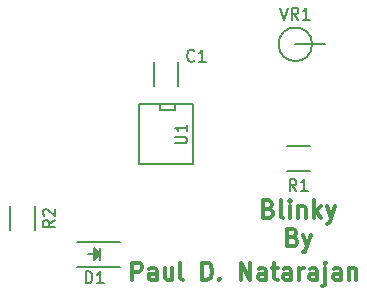
<source format=gbr>
G04 #@! TF.FileFunction,Legend,Top*
%FSLAX46Y46*%
G04 Gerber Fmt 4.6, Leading zero omitted, Abs format (unit mm)*
G04 Created by KiCad (PCBNEW 4.0.2-stable) date 2016 July 15, Friday 18:23:30*
%MOMM*%
G01*
G04 APERTURE LIST*
%ADD10C,0.100000*%
%ADD11C,0.300000*%
%ADD12C,0.150000*%
G04 APERTURE END LIST*
D10*
D11*
X178856000Y-82004857D02*
X179070286Y-82076286D01*
X179141714Y-82147714D01*
X179213143Y-82290571D01*
X179213143Y-82504857D01*
X179141714Y-82647714D01*
X179070286Y-82719143D01*
X178927428Y-82790571D01*
X178356000Y-82790571D01*
X178356000Y-81290571D01*
X178856000Y-81290571D01*
X178998857Y-81362000D01*
X179070286Y-81433429D01*
X179141714Y-81576286D01*
X179141714Y-81719143D01*
X179070286Y-81862000D01*
X178998857Y-81933429D01*
X178856000Y-82004857D01*
X178356000Y-82004857D01*
X180070286Y-82790571D02*
X179927428Y-82719143D01*
X179856000Y-82576286D01*
X179856000Y-81290571D01*
X180641714Y-82790571D02*
X180641714Y-81790571D01*
X180641714Y-81290571D02*
X180570285Y-81362000D01*
X180641714Y-81433429D01*
X180713142Y-81362000D01*
X180641714Y-81290571D01*
X180641714Y-81433429D01*
X181356000Y-81790571D02*
X181356000Y-82790571D01*
X181356000Y-81933429D02*
X181427428Y-81862000D01*
X181570286Y-81790571D01*
X181784571Y-81790571D01*
X181927428Y-81862000D01*
X181998857Y-82004857D01*
X181998857Y-82790571D01*
X182713143Y-82790571D02*
X182713143Y-81290571D01*
X182856000Y-82219143D02*
X183284571Y-82790571D01*
X183284571Y-81790571D02*
X182713143Y-82362000D01*
X183784572Y-81790571D02*
X184141715Y-82790571D01*
X184498857Y-81790571D02*
X184141715Y-82790571D01*
X183998857Y-83147714D01*
X183927429Y-83219143D01*
X183784572Y-83290571D01*
X180891715Y-84404857D02*
X181106001Y-84476286D01*
X181177429Y-84547714D01*
X181248858Y-84690571D01*
X181248858Y-84904857D01*
X181177429Y-85047714D01*
X181106001Y-85119143D01*
X180963143Y-85190571D01*
X180391715Y-85190571D01*
X180391715Y-83690571D01*
X180891715Y-83690571D01*
X181034572Y-83762000D01*
X181106001Y-83833429D01*
X181177429Y-83976286D01*
X181177429Y-84119143D01*
X181106001Y-84262000D01*
X181034572Y-84333429D01*
X180891715Y-84404857D01*
X180391715Y-84404857D01*
X181748858Y-84190571D02*
X182106001Y-85190571D01*
X182463143Y-84190571D02*
X182106001Y-85190571D01*
X181963143Y-85547714D01*
X181891715Y-85619143D01*
X181748858Y-85690571D01*
X167295191Y-88054571D02*
X167295191Y-86554571D01*
X167847267Y-86554571D01*
X167985286Y-86626000D01*
X168054295Y-86697429D01*
X168123305Y-86840286D01*
X168123305Y-87054571D01*
X168054295Y-87197429D01*
X167985286Y-87268857D01*
X167847267Y-87340286D01*
X167295191Y-87340286D01*
X169365476Y-88054571D02*
X169365476Y-87268857D01*
X169296467Y-87126000D01*
X169158448Y-87054571D01*
X168882410Y-87054571D01*
X168744391Y-87126000D01*
X169365476Y-87983143D02*
X169227457Y-88054571D01*
X168882410Y-88054571D01*
X168744391Y-87983143D01*
X168675381Y-87840286D01*
X168675381Y-87697429D01*
X168744391Y-87554571D01*
X168882410Y-87483143D01*
X169227457Y-87483143D01*
X169365476Y-87411714D01*
X170676657Y-87054571D02*
X170676657Y-88054571D01*
X170055572Y-87054571D02*
X170055572Y-87840286D01*
X170124581Y-87983143D01*
X170262600Y-88054571D01*
X170469629Y-88054571D01*
X170607648Y-87983143D01*
X170676657Y-87911714D01*
X171573781Y-88054571D02*
X171435762Y-87983143D01*
X171366753Y-87840286D01*
X171366753Y-86554571D01*
X173230010Y-88054571D02*
X173230010Y-86554571D01*
X173575057Y-86554571D01*
X173782086Y-86626000D01*
X173920105Y-86768857D01*
X173989114Y-86911714D01*
X174058124Y-87197429D01*
X174058124Y-87411714D01*
X173989114Y-87697429D01*
X173920105Y-87840286D01*
X173782086Y-87983143D01*
X173575057Y-88054571D01*
X173230010Y-88054571D01*
X174679210Y-87911714D02*
X174748219Y-87983143D01*
X174679210Y-88054571D01*
X174610200Y-87983143D01*
X174679210Y-87911714D01*
X174679210Y-88054571D01*
X176473457Y-88054571D02*
X176473457Y-86554571D01*
X177301571Y-88054571D01*
X177301571Y-86554571D01*
X178612752Y-88054571D02*
X178612752Y-87268857D01*
X178543743Y-87126000D01*
X178405724Y-87054571D01*
X178129686Y-87054571D01*
X177991667Y-87126000D01*
X178612752Y-87983143D02*
X178474733Y-88054571D01*
X178129686Y-88054571D01*
X177991667Y-87983143D01*
X177922657Y-87840286D01*
X177922657Y-87697429D01*
X177991667Y-87554571D01*
X178129686Y-87483143D01*
X178474733Y-87483143D01*
X178612752Y-87411714D01*
X179095819Y-87054571D02*
X179647895Y-87054571D01*
X179302848Y-86554571D02*
X179302848Y-87840286D01*
X179371857Y-87983143D01*
X179509876Y-88054571D01*
X179647895Y-88054571D01*
X180752047Y-88054571D02*
X180752047Y-87268857D01*
X180683038Y-87126000D01*
X180545019Y-87054571D01*
X180268981Y-87054571D01*
X180130962Y-87126000D01*
X180752047Y-87983143D02*
X180614028Y-88054571D01*
X180268981Y-88054571D01*
X180130962Y-87983143D01*
X180061952Y-87840286D01*
X180061952Y-87697429D01*
X180130962Y-87554571D01*
X180268981Y-87483143D01*
X180614028Y-87483143D01*
X180752047Y-87411714D01*
X181442143Y-88054571D02*
X181442143Y-87054571D01*
X181442143Y-87340286D02*
X181511152Y-87197429D01*
X181580162Y-87126000D01*
X181718181Y-87054571D01*
X181856200Y-87054571D01*
X182960352Y-88054571D02*
X182960352Y-87268857D01*
X182891343Y-87126000D01*
X182753324Y-87054571D01*
X182477286Y-87054571D01*
X182339267Y-87126000D01*
X182960352Y-87983143D02*
X182822333Y-88054571D01*
X182477286Y-88054571D01*
X182339267Y-87983143D01*
X182270257Y-87840286D01*
X182270257Y-87697429D01*
X182339267Y-87554571D01*
X182477286Y-87483143D01*
X182822333Y-87483143D01*
X182960352Y-87411714D01*
X183650448Y-87054571D02*
X183650448Y-88340286D01*
X183581438Y-88483143D01*
X183443419Y-88554571D01*
X183374410Y-88554571D01*
X183650448Y-86554571D02*
X183581438Y-86626000D01*
X183650448Y-86697429D01*
X183719457Y-86626000D01*
X183650448Y-86554571D01*
X183650448Y-86697429D01*
X184961628Y-88054571D02*
X184961628Y-87268857D01*
X184892619Y-87126000D01*
X184754600Y-87054571D01*
X184478562Y-87054571D01*
X184340543Y-87126000D01*
X184961628Y-87983143D02*
X184823609Y-88054571D01*
X184478562Y-88054571D01*
X184340543Y-87983143D01*
X184271533Y-87840286D01*
X184271533Y-87697429D01*
X184340543Y-87554571D01*
X184478562Y-87483143D01*
X184823609Y-87483143D01*
X184961628Y-87411714D01*
X185651724Y-87054571D02*
X185651724Y-88054571D01*
X185651724Y-87197429D02*
X185720733Y-87126000D01*
X185858752Y-87054571D01*
X186065781Y-87054571D01*
X186203800Y-87126000D01*
X186272809Y-87268857D01*
X186272809Y-88054571D01*
D12*
X169155000Y-69612000D02*
X169155000Y-71612000D01*
X171205000Y-71612000D02*
X171205000Y-69612000D01*
X180356000Y-76649000D02*
X182356000Y-76649000D01*
X182356000Y-78799000D02*
X180356000Y-78799000D01*
X156913000Y-83804000D02*
X156913000Y-81804000D01*
X159063000Y-81804000D02*
X159063000Y-83804000D01*
X172466000Y-73152000D02*
X172466000Y-78232000D01*
X172466000Y-78232000D02*
X167894000Y-78232000D01*
X167894000Y-78232000D02*
X167894000Y-73152000D01*
X167894000Y-73152000D02*
X172466000Y-73152000D01*
X170942000Y-73152000D02*
X170942000Y-73660000D01*
X170942000Y-73660000D02*
X169672000Y-73660000D01*
X169672000Y-73660000D02*
X169672000Y-73152000D01*
X181102000Y-68072000D02*
X183642000Y-68072000D01*
X182521903Y-68072000D02*
G75*
G03X182521903Y-68072000I-1419903J0D01*
G01*
X166234000Y-84802000D02*
X162634000Y-84802000D01*
X166234000Y-86902000D02*
X162634000Y-86902000D01*
X164184000Y-86152000D02*
X164184000Y-85552000D01*
X164184000Y-85552000D02*
X164484000Y-85852000D01*
X164484000Y-85852000D02*
X164284000Y-86052000D01*
X164284000Y-86052000D02*
X164284000Y-85802000D01*
X164284000Y-85802000D02*
X164334000Y-85852000D01*
X164584000Y-86352000D02*
X164584000Y-85352000D01*
X164084000Y-85852000D02*
X163584000Y-85852000D01*
X164584000Y-85852000D02*
X164084000Y-86352000D01*
X164084000Y-86352000D02*
X164084000Y-85352000D01*
X164084000Y-85352000D02*
X164584000Y-85852000D01*
X172553334Y-69445143D02*
X172505715Y-69492762D01*
X172362858Y-69540381D01*
X172267620Y-69540381D01*
X172124762Y-69492762D01*
X172029524Y-69397524D01*
X171981905Y-69302286D01*
X171934286Y-69111810D01*
X171934286Y-68968952D01*
X171981905Y-68778476D01*
X172029524Y-68683238D01*
X172124762Y-68588000D01*
X172267620Y-68540381D01*
X172362858Y-68540381D01*
X172505715Y-68588000D01*
X172553334Y-68635619D01*
X173505715Y-69540381D02*
X172934286Y-69540381D01*
X173220000Y-69540381D02*
X173220000Y-68540381D01*
X173124762Y-68683238D01*
X173029524Y-68778476D01*
X172934286Y-68826095D01*
X181189334Y-80476381D02*
X180856000Y-80000190D01*
X180617905Y-80476381D02*
X180617905Y-79476381D01*
X180998858Y-79476381D01*
X181094096Y-79524000D01*
X181141715Y-79571619D01*
X181189334Y-79666857D01*
X181189334Y-79809714D01*
X181141715Y-79904952D01*
X181094096Y-79952571D01*
X180998858Y-80000190D01*
X180617905Y-80000190D01*
X182141715Y-80476381D02*
X181570286Y-80476381D01*
X181856000Y-80476381D02*
X181856000Y-79476381D01*
X181760762Y-79619238D01*
X181665524Y-79714476D01*
X181570286Y-79762095D01*
X160740381Y-82970666D02*
X160264190Y-83304000D01*
X160740381Y-83542095D02*
X159740381Y-83542095D01*
X159740381Y-83161142D01*
X159788000Y-83065904D01*
X159835619Y-83018285D01*
X159930857Y-82970666D01*
X160073714Y-82970666D01*
X160168952Y-83018285D01*
X160216571Y-83065904D01*
X160264190Y-83161142D01*
X160264190Y-83542095D01*
X159835619Y-82589714D02*
X159788000Y-82542095D01*
X159740381Y-82446857D01*
X159740381Y-82208761D01*
X159788000Y-82113523D01*
X159835619Y-82065904D01*
X159930857Y-82018285D01*
X160026095Y-82018285D01*
X160168952Y-82065904D01*
X160740381Y-82637333D01*
X160740381Y-82018285D01*
X170902381Y-76453905D02*
X171711905Y-76453905D01*
X171807143Y-76406286D01*
X171854762Y-76358667D01*
X171902381Y-76263429D01*
X171902381Y-76072952D01*
X171854762Y-75977714D01*
X171807143Y-75930095D01*
X171711905Y-75882476D01*
X170902381Y-75882476D01*
X171902381Y-74882476D02*
X171902381Y-75453905D01*
X171902381Y-75168191D02*
X170902381Y-75168191D01*
X171045238Y-75263429D01*
X171140476Y-75358667D01*
X171188095Y-75453905D01*
X179792476Y-64984381D02*
X180125809Y-65984381D01*
X180459143Y-64984381D01*
X181363905Y-65984381D02*
X181030571Y-65508190D01*
X180792476Y-65984381D02*
X180792476Y-64984381D01*
X181173429Y-64984381D01*
X181268667Y-65032000D01*
X181316286Y-65079619D01*
X181363905Y-65174857D01*
X181363905Y-65317714D01*
X181316286Y-65412952D01*
X181268667Y-65460571D01*
X181173429Y-65508190D01*
X180792476Y-65508190D01*
X182316286Y-65984381D02*
X181744857Y-65984381D01*
X182030571Y-65984381D02*
X182030571Y-64984381D01*
X181935333Y-65127238D01*
X181840095Y-65222476D01*
X181744857Y-65270095D01*
X163345905Y-88304381D02*
X163345905Y-87304381D01*
X163584000Y-87304381D01*
X163726858Y-87352000D01*
X163822096Y-87447238D01*
X163869715Y-87542476D01*
X163917334Y-87732952D01*
X163917334Y-87875810D01*
X163869715Y-88066286D01*
X163822096Y-88161524D01*
X163726858Y-88256762D01*
X163584000Y-88304381D01*
X163345905Y-88304381D01*
X164869715Y-88304381D02*
X164298286Y-88304381D01*
X164584000Y-88304381D02*
X164584000Y-87304381D01*
X164488762Y-87447238D01*
X164393524Y-87542476D01*
X164298286Y-87590095D01*
M02*

</source>
